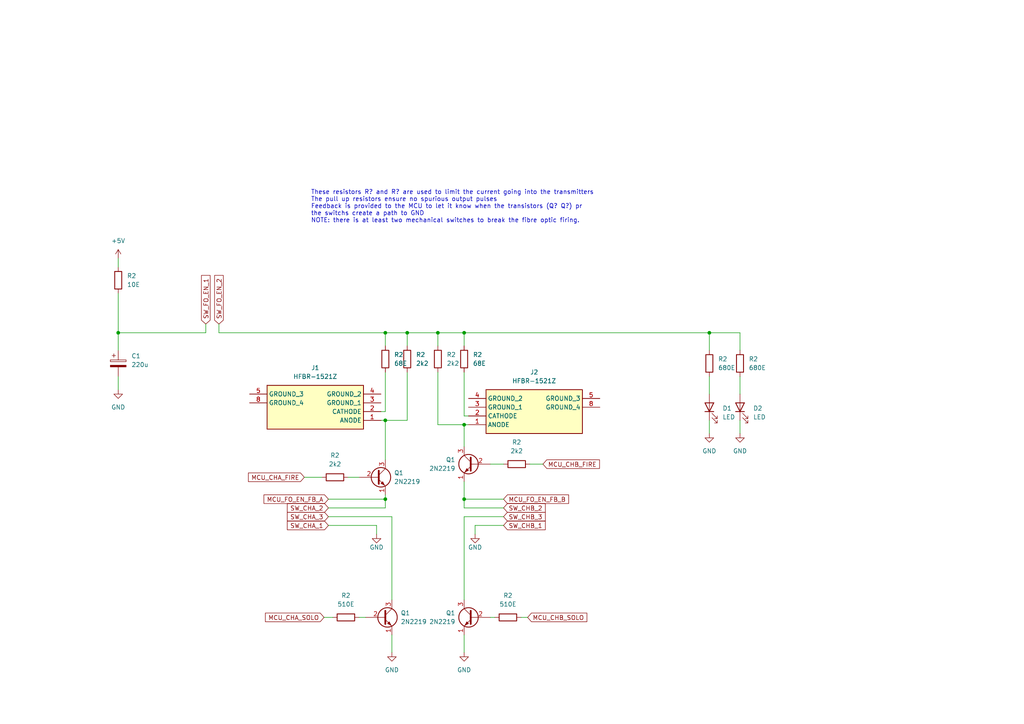
<source format=kicad_sch>
(kicad_sch (version 20230121) (generator eeschema)
  (paper "A4")
  (title_block (title "Dual Tesla Coil - Dual Tone Midi Controller") (rev "V2"))
  (lib_symbols
    (symbol "Device:C_Polarized" (pin_numbers hide) (pin_names (offset 0.254))
      (property "Reference" "C" (at 0.635 2.54 0))
      (property "Value" "C_Polarized" (at 0.635 -2.54 0))
      (symbol "C_Polarized_0_1"
        (rectangle (start -2.286 0.508) (end 2.286 1.016))
        (polyline (pts (xy -1.778 2.286) (xy -0.762 2.286)))
        (polyline (pts (xy -1.27 2.794) (xy -1.27 1.778)))
        (rectangle (start 2.286 -0.508) (end -2.286 -1.016) (fill (type outline)))
      )
      (symbol "C_Polarized_1_1"
        (pin passive line (at 0 3.81 270) (length 2.794) (name "~") (number "1"))
        (pin passive line (at 0 -3.81 90) (length 2.794) (name "~") (number "2"))
      )
    )
    (symbol "Device:LED" (pin_numbers hide) (pin_names (offset 1.016) hide)
      (property "Reference" "D" (at 0 2.54 0))
      (property "Value" "LED" (at 0 -2.54 0))
      (symbol "LED_0_1"
        (polyline (pts (xy -1.27 -1.27) (xy -1.27 1.27)) (stroke (width 0.254)))
        (polyline (pts (xy -1.27 0) (xy 1.27 0)))
        (polyline (pts (xy 1.27 -1.27) (xy 1.27 1.27) (xy -1.27 0) (xy 1.27 -1.27)) (stroke (width 0.254)))
        (polyline (pts (xy -3.048 -0.762) (xy -4.572 -2.286) (xy -3.81 -2.286) (xy -4.572 -2.286) (xy -4.572 -1.524)))
        (polyline (pts (xy -1.778 -0.762) (xy -3.302 -2.286) (xy -2.54 -2.286) (xy -3.302 -2.286) (xy -3.302 -1.524)))
      )
      (symbol "LED_1_1"
        (pin passive line (at -3.81 0 0) (length 2.54) (name "K") (number "1"))
        (pin passive line (at 3.81 0 180) (length 2.54) (name "A") (number "2"))
      )
    )
    (symbol "Device:R" (pin_numbers hide) (pin_names (offset 0))
      (property "Reference" "R" (at 2.032 0 90))
      (property "Value" "R" (at 0 0 90))
      (symbol "R_0_1"
        (rectangle (start -1.016 -2.54) (end 1.016 2.54) (stroke (width 0.254)))
      )
      (symbol "R_1_1"
        (pin passive line (at 0 3.81 270) (length 1.27) (name "~") (number "1"))
        (pin passive line (at 0 -3.81 90) (length 1.27) (name "~") (number "2"))
      )
    )
    (symbol "HFBR-1521Z:HFBR-1521Z"
      (property "Reference" "J" (at 34.29 7.62 0))
      (property "Value" "HFBR-1521Z" (at 34.29 5.08 0))
      (symbol "HFBR-1521Z_1_1"
        (rectangle (start 5.08 2.54) (end 33.02 -10.16) (stroke (width 0.254)) (fill (type background)))
        (pin passive line (at 38.1 -7.62 180) (length 5.08) (name "ANODE") (number "1"))
        (pin passive line (at 38.1 -5.08 180) (length 5.08) (name "CATHODE") (number "2"))
        (pin passive line (at 38.1 -2.54 180) (length 5.08) (name "GROUND_1") (number "3"))
        (pin passive line (at 38.1 0 180) (length 5.08) (name "GROUND_2") (number "4"))
        (pin passive line (at 0 0 0) (length 5.08) (name "GROUND_3") (number "5"))
        (pin passive line (at 0 -2.54 0) (length 5.08) (name "GROUND_4") (number "8"))
      )
    )
    (symbol "Transistor_BJT:2N2219" (pin_names (offset 0) hide)
      (property "Reference" "Q" (at 5.08 1.905 0))
      (property "Value" "2N2219" (at 5.08 0 0))
      (symbol "2N2219_0_1"
        (polyline (pts (xy 0.635 0.635) (xy 2.54 2.54)))
        (polyline (pts (xy 0.635 -0.635) (xy 2.54 -2.54) (xy 2.54 -2.54)))
        (polyline (pts (xy 0.635 1.905) (xy 0.635 -1.905) (xy 0.635 -1.905)) (stroke (width 0.508)))
        (polyline (pts (xy 1.27 -1.778) (xy 1.778 -1.27) (xy 2.286 -2.286) (xy 1.27 -1.778) (xy 1.27 -1.778)) (fill (type outline)))
        (circle (center 1.27 0) (radius 2.8194) (stroke (width 0.254)))
      )
      (symbol "2N2219_1_1"
        (pin passive line (at 2.54 -5.08 90) (length 2.54) (name "E") (number "1"))
        (pin passive line (at -5.08 0 0) (length 5.715) (name "B") (number "2"))
        (pin passive line (at 2.54 5.08 270) (length 2.54) (name "C") (number "3"))
      )
    )
    (symbol "power:+5V" (power) (pin_names (offset 0))
      (property "Value" "+5V" (at 0 3.556 0))
      (symbol "+5V_0_1"
        (polyline (pts (xy -0.762 1.27) (xy 0 2.54)))
        (polyline (pts (xy 0 0) (xy 0 2.54)))
        (polyline (pts (xy 0 2.54) (xy 0.762 1.27)))
      )
      (symbol "+5V_1_1"
        (pin power_in line (at 0 0 90) (length 0) hide (name "+5V") (number "1"))
      )
    )
    (symbol "power:GND" (power) (pin_names (offset 0))
      (property "Value" "GND" (at 0 -3.81 0))
      (symbol "GND_0_1"
        (polyline (pts (xy 0 0) (xy 0 -1.27) (xy 1.27 -1.27) (xy 0 -2.54) (xy -1.27 -1.27) (xy 0 -1.27)))
      )
      (symbol "GND_1_1"
        (pin power_in line (at 0 0 270) (length 0) hide (name "GND") (number "1"))
      )
    )
  )
  (junction (at 127 96.52))
  (junction (at 34.29 96.52))
  (junction (at 134.62 96.52))
  (junction (at 111.76 96.52))
  (junction (at 134.62 123.19))
  (junction (at 134.62 144.78))
  (junction (at 111.76 121.92))
  (junction (at 118.11 96.52))
  (junction (at 205.74 96.52))
  (junction (at 111.76 144.78))
  (wire (pts (xy 110.49 121.92) (xy 111.76 121.92)))
  (wire (pts (xy 109.22 152.4) (xy 109.22 154.94)))
  (wire (pts (xy 214.63 109.22) (xy 214.63 114.3)))
  (wire (pts (xy 34.29 109.22) (xy 34.29 113.03)))
  (wire (pts (xy 111.76 96.52) (xy 118.11 96.52)))
  (wire (pts (xy 214.63 96.52) (xy 214.63 101.6)))
  (wire (pts (xy 95.25 144.78) (xy 111.76 144.78)))
  (wire (pts (xy 95.25 149.86) (xy 113.665 149.86)))
  (wire (pts (xy 205.74 109.22) (xy 205.74 114.3)))
  (wire (pts (xy 111.76 96.52) (xy 111.76 100.33)))
  (wire (pts (xy 134.62 149.86) (xy 134.62 173.99)))
  (wire (pts (xy 146.05 147.32) (xy 134.62 147.32)))
  (wire (pts (xy 111.76 119.38) (xy 110.49 119.38)))
  (wire (pts (xy 134.62 107.95) (xy 134.62 120.65)))
  (wire (pts (xy 205.74 121.92) (xy 205.74 125.73)))
  (wire (pts (xy 63.5 96.52) (xy 111.76 96.52)))
  (wire (pts (xy 134.62 96.52) (xy 134.62 100.33)))
  (wire (pts (xy 127 107.95) (xy 127 123.19)))
  (wire (pts (xy 113.665 184.15) (xy 113.665 189.23)))
  (wire (pts (xy 111.76 144.78) (xy 111.76 147.32)))
  (wire (pts (xy 111.76 107.95) (xy 111.76 119.38)))
  (wire (pts (xy 104.14 179.07) (xy 106.045 179.07)))
  (wire (pts (xy 95.25 152.4) (xy 109.22 152.4)))
  (wire (pts (xy 111.76 121.92) (xy 111.76 133.35)))
  (wire (pts (xy 146.05 152.4) (xy 137.795 152.4)))
  (wire (pts (xy 100.965 138.43) (xy 104.14 138.43)))
  (wire (pts (xy 113.665 149.86) (xy 113.665 173.99)))
  (wire (pts (xy 205.74 96.52) (xy 214.63 96.52)))
  (wire (pts (xy 96.52 179.07) (xy 93.98 179.07)))
  (wire (pts (xy 127 96.52) (xy 134.62 96.52)))
  (wire (pts (xy 34.29 85.09) (xy 34.29 96.52)))
  (wire (pts (xy 127 123.19) (xy 134.62 123.19)))
  (wire (pts (xy 146.05 144.78) (xy 134.62 144.78)))
  (wire (pts (xy 118.11 96.52) (xy 118.11 100.33)))
  (wire (pts (xy 134.62 144.78) (xy 134.62 147.32)))
  (wire (pts (xy 146.05 134.62) (xy 142.24 134.62)))
  (wire (pts (xy 34.29 96.52) (xy 34.29 101.6)))
  (wire (pts (xy 134.62 123.19) (xy 134.62 129.54)))
  (wire (pts (xy 134.62 123.19) (xy 135.89 123.19)))
  (wire (pts (xy 118.11 107.95) (xy 118.11 121.92)))
  (wire (pts (xy 153.67 134.62) (xy 157.48 134.62)))
  (wire (pts (xy 146.05 149.86) (xy 134.62 149.86)))
  (wire (pts (xy 134.62 184.15) (xy 134.62 189.23)))
  (wire (pts (xy 134.62 120.65) (xy 135.89 120.65)))
  (wire (pts (xy 59.69 93.98) (xy 59.69 96.52)))
  (wire (pts (xy 118.11 96.52) (xy 127 96.52)))
  (wire (pts (xy 143.51 179.07) (xy 142.24 179.07)))
  (wire (pts (xy 63.5 93.98) (xy 63.5 96.52)))
  (wire (pts (xy 134.62 96.52) (xy 205.74 96.52)))
  (wire (pts (xy 88.265 138.43) (xy 93.345 138.43)))
  (wire (pts (xy 134.62 139.7) (xy 134.62 144.78)))
  (wire (pts (xy 205.74 96.52) (xy 205.74 101.6)))
  (wire (pts (xy 214.63 121.92) (xy 214.63 125.73)))
  (wire (pts (xy 153.035 179.07) (xy 151.13 179.07)))
  (wire (pts (xy 95.25 147.32) (xy 111.76 147.32)))
  (wire (pts (xy 137.795 152.4) (xy 137.795 154.94)))
  (wire (pts (xy 34.29 74.93) (xy 34.29 77.47)))
  (wire (pts (xy 111.76 144.78) (xy 111.76 143.51)))
  (wire (pts (xy 34.29 96.52) (xy 59.69 96.52)))
  (wire (pts (xy 118.11 121.92) (xy 111.76 121.92)))
  (wire (pts (xy 127 96.52) (xy 127 100.33)))
  (text "These resistors R? and R? are used to limit the current going into the transmitters\nThe pull up resistors ensure no spurious output pulses\nFeedback is provided to the MCU to let it know when the transistors (Q? Q?) pr \nthe switchs create a path to GND\nNOTE: there is at least two mechanical switches to break the fibre optic firing." (at 90.17 64.77 0) (effects (font (size 1.27 1.27)) (justify left bottom)))
  (global_label "SW_CHA_1" (shape input) (at 95.25 152.4 180) (property "Intersheetrefs" "${INTERSHEET_REFS}" (effects hide)))
  (global_label "SW_CHB_3" (shape input) (at 146.05 149.86 0) (property "Intersheetrefs" "${INTERSHEET_REFS}" (effects hide)))
  (global_label "SW_CHA_3" (shape input) (at 95.25 149.86 180) (property "Intersheetrefs" "${INTERSHEET_REFS}" (effects hide)))
  (global_label "MCU_FO_EN_FB_B" (shape input) (at 146.05 144.78 0) (property "Intersheetrefs" "${INTERSHEET_REFS}" (effects hide)))
  (global_label "MCU_FO_EN_FB_A" (shape input) (at 95.25 144.78 180) (property "Intersheetrefs" "${INTERSHEET_REFS}" (effects hide)))
  (global_label "SW_CHB_2" (shape input) (at 146.05 147.32 0) (property "Intersheetrefs" "${INTERSHEET_REFS}" (effects hide)))
  (global_label "SW_CHA_2" (shape input) (at 95.25 147.32 180) (property "Intersheetrefs" "${INTERSHEET_REFS}" (effects hide)))
  (global_label "SW_FO_EN_1" (shape input) (at 59.69 93.98 90) (property "Intersheetrefs" "${INTERSHEET_REFS}" (effects hide)))
  (global_label "SW_CHB_1" (shape input) (at 146.05 152.4 0) (property "Intersheetrefs" "${INTERSHEET_REFS}" (effects hide)))
  (global_label "MCU_CHA_FIRE" (shape input) (at 88.265 138.43 180) (property "Intersheetrefs" "${INTERSHEET_REFS}" (effects hide)))
  (global_label "SW_FO_EN_2" (shape input) (at 63.5 93.98 90) (property "Intersheetrefs" "${INTERSHEET_REFS}" (effects hide)))
  (global_label "MCU_CHA_SOLO" (shape input) (at 93.98 179.07 180) (property "Intersheetrefs" "${INTERSHEET_REFS}" (effects hide)))
  (global_label "MCU_CHB_SOLO" (shape input) (at 153.035 179.07 0) (property "Intersheetrefs" "${INTERSHEET_REFS}" (effects hide)))
  (global_label "MCU_CHB_FIRE" (shape input) (at 157.48 134.62 0) (property "Intersheetrefs" "${INTERSHEET_REFS}" (effects hide)))
  (symbol (lib_id "Transistor_BJT:2N2219") (at 111.125 179.07 0) (unit 1)
    (property "Reference" "Q1" (at 116.205 177.8 0) (effects (justify left)))
    (property "Value" "2N2219" (at 116.205 180.34 0) (effects (justify left)))
    (property "Footprint" "Package_TO_SOT_THT:TO-39-3" (effects hide))
    (property "Datasheet" "http://www.onsemi.com/pub_link/Collateral/2N2219-D.PDF" (effects hide))
    (instances (project "Interupter" (path "" (reference "Q1") (unit 1)) (path "" (reference "Q2") (unit 1)) (path "" (reference "Q9") (unit 1))))
  )
  (symbol (lib_id "Device:R") (at 97.155 138.43 90) (unit 1)
    (property "Reference" "R2" (at 97.155 132.08 90))
    (property "Value" "2k2" (at 97.155 134.62 90))
    (instances (project "Interupter" (path "" (reference "R2") (unit 1)) (path "" (reference "R4") (unit 1))))
  )
  (symbol (lib_id "Device:R") (at 118.11 104.14 180) (unit 1)
    (property "Reference" "R2" (at 120.65 102.87 0) (effects (justify right)))
    (property "Value" "2k2" (at 120.65 105.41 0) (effects (justify right)))
    (instances (project "Interupter" (path "" (reference "R2") (unit 1)) (path "" (reference "R8") (unit 1))))
  )
  (symbol (lib_id "Transistor_BJT:2N2219") (at 137.16 134.62 0) (mirror y) (unit 1)
    (property "Reference" "Q1" (at 132.08 133.35 0) (effects (justify left)))
    (property "Value" "2N2219" (at 132.08 135.89 0) (effects (justify left)))
    (property "Footprint" "Package_TO_SOT_THT:TO-39-3" (effects hide))
    (property "Datasheet" "http://www.onsemi.com/pub_link/Collateral/2N2219-D.PDF" (effects hide))
    (instances (project "Interupter" (path "" (reference "Q1") (unit 1)) (path "" (reference "Q2") (unit 1)) (path "" (reference "Q11") (unit 1))))
  )
  (symbol (lib_id "Transistor_BJT:2N2219") (at 109.22 138.43 0) (unit 1)
    (property "Reference" "Q1" (at 114.3 137.16 0) (effects (justify left)))
    (property "Value" "2N2219" (at 114.3 139.7 0) (effects (justify left)))
    (property "Footprint" "Package_TO_SOT_THT:TO-39-3" (effects hide))
    (property "Datasheet" "http://www.onsemi.com/pub_link/Collateral/2N2219-D.PDF" (effects hide))
    (instances (project "Interupter" (path "" (reference "Q1") (unit 1)) (path "" (reference "Q2") (unit 1)) (path "" (reference "Q10") (unit 1))))
  )
  (symbol (lib_id "power:GND") (at 137.795 154.94 0) (unit 1)
    (property "Reference" "#PWR02" (effects hide))
    (property "Value" "GND" (at 137.795 158.75 0))
    (instances (project "Interupter" (path "" (reference "#PWR02") (unit 1)) (path "" (reference "#PWR05") (unit 1))))
  )
  (symbol (lib_id "Device:R") (at 111.76 104.14 180) (unit 1)
    (property "Reference" "R2" (at 114.3 102.87 0) (effects (justify right)))
    (property "Value" "68E" (at 114.3 105.41 0) (effects (justify right)))
    (instances (project "Interupter" (path "" (reference "R2") (unit 1)) (path "" (reference "R7") (unit 1))))
  )
  (symbol (lib_id "power:GND") (at 134.62 189.23 0) (mirror y) (unit 1)
    (property "Reference" "#PWR02" (effects hide))
    (property "Value" "GND" (at 134.62 194.31 0))
    (instances (project "Interupter" (path "" (reference "#PWR02") (unit 1)) (path "" (reference "#PWR04") (unit 1))))
  )
  (symbol (lib_id "Device:R") (at 147.32 179.07 270) (mirror x) (unit 1)
    (property "Reference" "R2" (at 147.32 172.72 90))
    (property "Value" "510E" (at 147.32 175.26 90))
    (instances (project "Interupter" (path "" (reference "R2") (unit 1)) (path "" (reference "R3") (unit 1))))
  )
  (symbol (lib_id "Device:R") (at 100.33 179.07 90) (unit 1)
    (property "Reference" "R2" (at 100.33 172.72 90))
    (property "Value" "510E" (at 100.33 175.26 90))
    (instances (project "Interupter" (path "" (reference "R2") (unit 1)) (path "" (reference "R5") (unit 1))))
  )
  (symbol (lib_id "power:GND") (at 113.665 189.23 0) (unit 1)
    (property "Reference" "#PWR02" (effects hide))
    (property "Value" "GND" (at 113.665 194.31 0))
    (instances (project "Interupter" (path "" (reference "#PWR02") (unit 1)) (path "" (reference "#PWR06") (unit 1))))
  )
  (symbol (lib_id "power:+5V") (at 34.29 74.93 0) (unit 1)
    (property "Reference" "#PWR07" (effects hide))
    (property "Value" "+5V" (at 34.29 69.85 0))
  )
  (symbol (lib_id "power:GND") (at 109.22 154.94 0) (unit 1)
    (property "Reference" "#PWR02" (effects hide))
    (property "Value" "GND" (at 109.22 158.75 0))
    (instances (project "Interupter" (path "" (reference "#PWR02") (unit 1)) (path "" (reference "#PWR03") (unit 1))))
  )
  (symbol (lib_id "Device:R") (at 134.62 104.14 180) (unit 1)
    (property "Reference" "R2" (at 137.16 102.87 0) (effects (justify right)))
    (property "Value" "68E" (at 137.16 105.41 0) (effects (justify right)))
    (instances (project "Interupter" (path "" (reference "R2") (unit 1)) (path "" (reference "R12") (unit 1))))
  )
  (symbol (lib_id "Device:R") (at 214.63 105.41 180) (unit 1)
    (property "Reference" "R2" (at 217.17 104.14 0) (effects (justify right)))
    (property "Value" "680E" (at 217.17 106.68 0) (effects (justify right)))
    (instances (project "Interupter" (path "" (reference "R2") (unit 1)) (path "" (reference "R10") (unit 1))))
  )
  (symbol (lib_id "Transistor_BJT:2N2219") (at 137.16 179.07 0) (mirror y) (unit 1)
    (property "Reference" "Q1" (at 132.08 177.8 0) (effects (justify left)))
    (property "Value" "2N2219" (at 132.08 180.34 0) (effects (justify left)))
    (property "Footprint" "Package_TO_SOT_THT:TO-39-3" (effects hide))
    (property "Datasheet" "http://www.onsemi.com/pub_link/Collateral/2N2219-D.PDF" (effects hide))
    (instances (project "Interupter" (path "" (reference "Q1") (unit 1)) (path "" (reference "Q2") (unit 1)) (path "" (reference "Q8") (unit 1))))
  )
  (symbol (lib_id "HFBR-1521Z:HFBR-1521Z") (at 173.99 115.57 0) (mirror y) (unit 1)
    (property "Reference" "J2" (at 154.94 107.95 0))
    (property "Value" "HFBR-1521Z" (at 154.94 110.49 0))
    (property "Footprint" "HFBR1521Z" (effects hide))
    (property "Datasheet" "https://docs.broadcom.com/doc/AV02-3283EN" (effects hide))
    (property "Height" "7.6" (effects hide))
    (property "Mouser Part Number" "630-HFBR-1521Z" (effects hide))
    (property "Mouser Price/Stock" "https://www.mouser.co.uk/ProductDetail/Broadcom-Avago/HFBR-1521Z?qs=jT9z6tsiFNkM11O9WzDfwg%3D%3D" (effects hide))
    (property "Manufacturer_Name" "Avago Technologies" (effects hide))
    (property "Manufacturer_Part_Number" "HFBR-1521Z" (effects hide))
  )
  (symbol (lib_id "Device:R") (at 205.74 105.41 180) (unit 1)
    (property "Reference" "R2" (at 208.28 104.14 0) (effects (justify right)))
    (property "Value" "680E" (at 208.28 106.68 0) (effects (justify right)))
    (instances (project "Interupter" (path "" (reference "R2") (unit 1)) (path "" (reference "R9") (unit 1))))
  )
  (symbol (lib_id "HFBR-1521Z:HFBR-1521Z") (at 72.39 114.3 0) (unit 1)
    (property "Reference" "J1" (at 91.44 106.68 0))
    (property "Value" "HFBR-1521Z" (at 91.44 109.22 0))
    (property "Footprint" "HFBR1521Z" (effects hide))
    (property "Datasheet" "https://docs.broadcom.com/doc/AV02-3283EN" (effects hide))
    (property "Height" "7.6" (effects hide))
    (property "Mouser Part Number" "630-HFBR-1521Z" (effects hide))
    (property "Mouser Price/Stock" "https://www.mouser.co.uk/ProductDetail/Broadcom-Avago/HFBR-1521Z?qs=jT9z6tsiFNkM11O9WzDfwg%3D%3D" (effects hide))
    (property "Manufacturer_Name" "Avago Technologies" (effects hide))
    (property "Manufacturer_Part_Number" "HFBR-1521Z" (effects hide))
  )
  (symbol (lib_id "power:GND") (at 214.63 125.73 0) (mirror y) (unit 1)
    (property "Reference" "#PWR02" (effects hide))
    (property "Value" "GND" (at 214.63 130.81 0))
    (instances (project "Interupter" (path "" (reference "#PWR02") (unit 1)) (path "" (reference "#PWR09") (unit 1))))
  )
  (symbol (lib_id "power:GND") (at 34.29 113.03 0) (unit 1)
    (property "Reference" "#PWR02" (effects hide))
    (property "Value" "GND" (at 34.29 118.11 0))
    (instances (project "Interupter" (path "" (reference "#PWR02") (unit 1)) (path "" (reference "#PWR010") (unit 1))))
  )
  (symbol (lib_id "Device:R") (at 34.29 81.28 180) (unit 1)
    (property "Reference" "R2" (at 36.83 80.01 0) (effects (justify right)))
    (property "Value" "10E" (at 36.83 82.55 0) (effects (justify right)))
    (instances (project "Interupter" (path "" (reference "R2") (unit 1)) (path "" (reference "R13") (unit 1))))
  )
  (symbol (lib_id "Device:LED") (at 214.63 118.11 90) (unit 1)
    (property "Reference" "D2" (at 218.44 118.4275 90) (effects (justify right)))
    (property "Value" "LED" (at 218.44 120.9675 90) (effects (justify right)))
  )
  (symbol (lib_id "Device:LED") (at 205.74 118.11 90) (unit 1)
    (property "Reference" "D1" (at 209.55 118.4275 90) (effects (justify right)))
    (property "Value" "LED" (at 209.55 120.9675 90) (effects (justify right)))
  )
  (symbol (lib_id "power:GND") (at 205.74 125.73 0) (mirror y) (unit 1)
    (property "Reference" "#PWR02" (effects hide))
    (property "Value" "GND" (at 205.74 130.81 0))
    (instances (project "Interupter" (path "" (reference "#PWR02") (unit 1)) (path "" (reference "#PWR08") (unit 1))))
  )
  (symbol (lib_id "Device:R") (at 149.86 134.62 270) (mirror x) (unit 1)
    (property "Reference" "R2" (at 149.86 128.27 90))
    (property "Value" "2k2" (at 149.86 130.81 90))
    (instances (project "Interupter" (path "" (reference "R2") (unit 1)) (path "" (reference "R6") (unit 1))))
  )
  (symbol (lib_id "Device:C_Polarized") (at 34.29 105.41 0) (unit 1)
    (property "Reference" "C1" (at 38.1 103.251 0) (effects (justify left)))
    (property "Value" "220u" (at 38.1 105.791 0) (effects (justify left)))
  )
  (symbol (lib_id "Device:R") (at 127 104.14 180) (unit 1)
    (property "Reference" "R2" (at 129.54 102.87 0) (effects (justify right)))
    (property "Value" "2k2" (at 129.54 105.41 0) (effects (justify right)))
    (instances (project "Interupter" (path "" (reference "R2") (unit 1)) (path "" (reference "R11") (unit 1))))
  )
)
</source>
